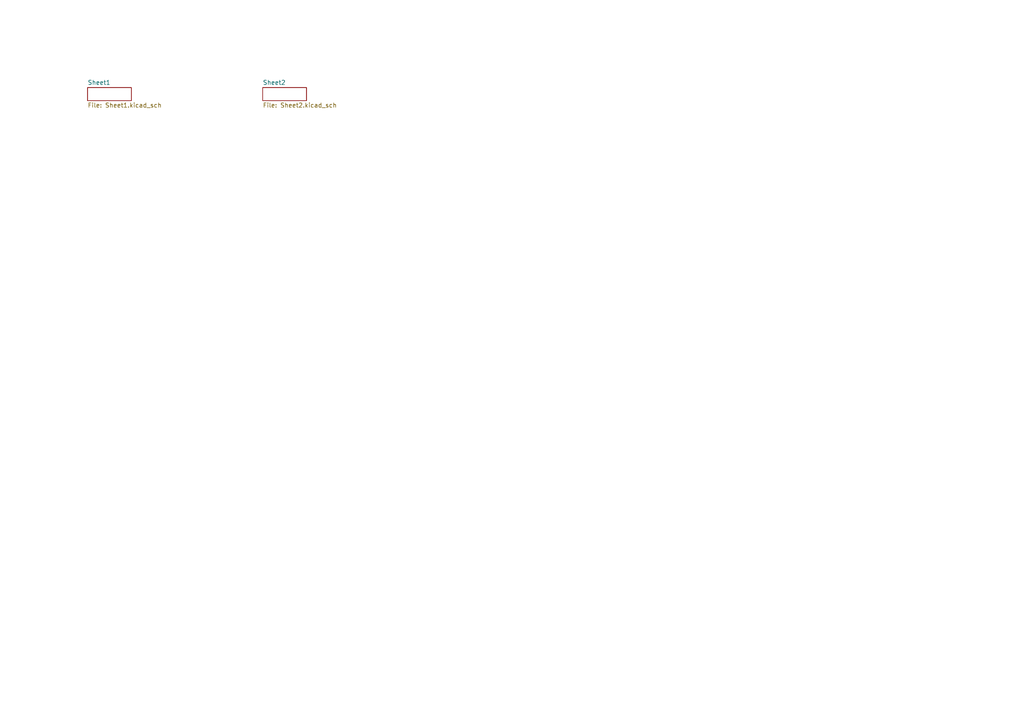
<source format=kicad_sch>
(kicad_sch
	(version 20231120)
	(generator "eeschema")
	(generator_version "8.0")
	(uuid "50d622b6-af87-48da-a02d-eb04a0a26ba1")
	(paper "A4")
	(lib_symbols)
	(sheet
		(at 76.2 25.4)
		(size 12.7 3.81)
		(fields_autoplaced yes)
		(stroke
			(width 0)
			(type solid)
		)
		(fill
			(color 0 0 0 0.0000)
		)
		(uuid "00483aa3-d946-4150-9425-e0fed93f7827")
		(property "Sheetname" "Sheet2"
			(at 76.2 24.6884 0)
			(effects
				(font
					(size 1.27 1.27)
				)
				(justify left bottom)
			)
		)
		(property "Sheetfile" "Sheet2.kicad_sch"
			(at 76.2 29.7946 0)
			(effects
				(font
					(size 1.27 1.27)
				)
				(justify left top)
			)
		)
		(instances
			(project "DMXtoMotionPCB-v2"
				(path "/50d622b6-af87-48da-a02d-eb04a0a26ba1"
					(page "2")
				)
			)
		)
	)
	(sheet
		(at 25.4 25.4)
		(size 12.7 3.81)
		(fields_autoplaced yes)
		(stroke
			(width 0)
			(type solid)
		)
		(fill
			(color 0 0 0 0.0000)
		)
		(uuid "94661b2e-afb1-43e9-b86a-cc34a1614e31")
		(property "Sheetname" "Sheet1"
			(at 25.4 24.6884 0)
			(effects
				(font
					(size 1.27 1.27)
				)
				(justify left bottom)
			)
		)
		(property "Sheetfile" "Sheet1.kicad_sch"
			(at 25.4 29.7946 0)
			(effects
				(font
					(size 1.27 1.27)
				)
				(justify left top)
			)
		)
		(instances
			(project "DMXtoMotionPCB-v2"
				(path "/50d622b6-af87-48da-a02d-eb04a0a26ba1"
					(page "1")
				)
			)
		)
	)
	(sheet_instances
		(path "/"
			(page "1")
		)
	)
)

</source>
